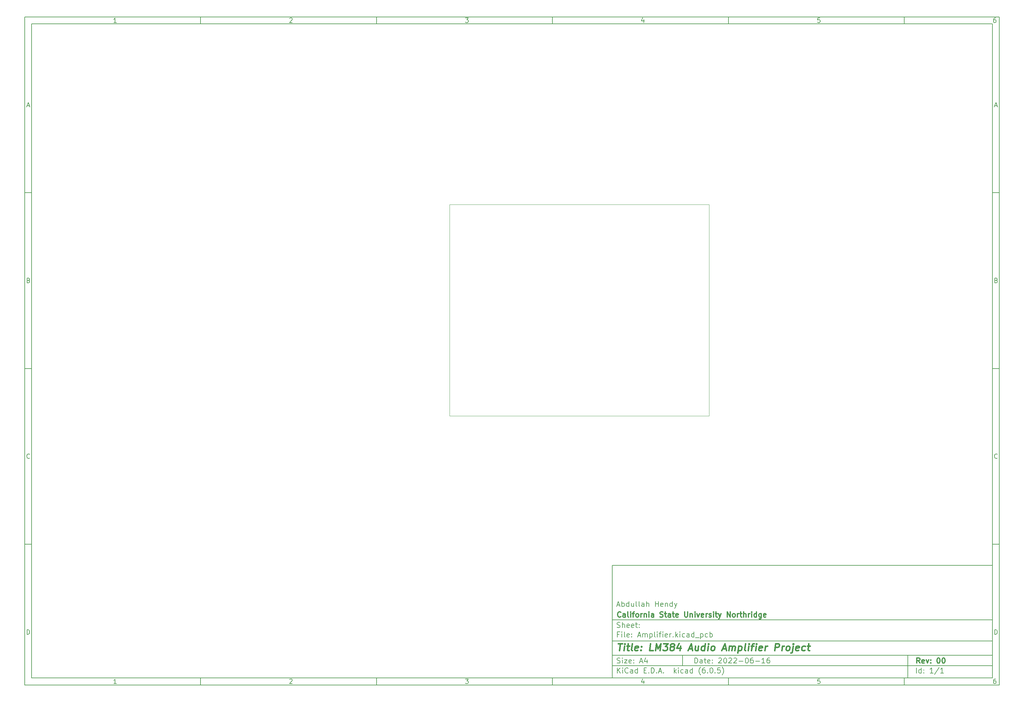
<source format=gm1>
%TF.GenerationSoftware,KiCad,Pcbnew,(6.0.5)*%
%TF.CreationDate,2022-06-17T11:53:50-07:00*%
%TF.ProjectId,Amplifier,416d706c-6966-4696-9572-2e6b69636164,00*%
%TF.SameCoordinates,Original*%
%TF.FileFunction,Profile,NP*%
%FSLAX46Y46*%
G04 Gerber Fmt 4.6, Leading zero omitted, Abs format (unit mm)*
G04 Created by KiCad (PCBNEW (6.0.5)) date 2022-06-17 11:53:50*
%MOMM*%
%LPD*%
G01*
G04 APERTURE LIST*
%ADD10C,0.100000*%
%ADD11C,0.150000*%
%ADD12C,0.300000*%
%ADD13C,0.400000*%
%TA.AperFunction,Profile*%
%ADD14C,0.100000*%
%TD*%
G04 APERTURE END LIST*
D10*
D11*
X177002200Y-166007200D02*
X177002200Y-198007200D01*
X285002200Y-198007200D01*
X285002200Y-166007200D01*
X177002200Y-166007200D01*
D10*
D11*
X10000000Y-10000000D02*
X10000000Y-200007200D01*
X287002200Y-200007200D01*
X287002200Y-10000000D01*
X10000000Y-10000000D01*
D10*
D11*
X12000000Y-12000000D02*
X12000000Y-198007200D01*
X285002200Y-198007200D01*
X285002200Y-12000000D01*
X12000000Y-12000000D01*
D10*
D11*
X60000000Y-12000000D02*
X60000000Y-10000000D01*
D10*
D11*
X110000000Y-12000000D02*
X110000000Y-10000000D01*
D10*
D11*
X160000000Y-12000000D02*
X160000000Y-10000000D01*
D10*
D11*
X210000000Y-12000000D02*
X210000000Y-10000000D01*
D10*
D11*
X260000000Y-12000000D02*
X260000000Y-10000000D01*
D10*
D11*
X36065476Y-11588095D02*
X35322619Y-11588095D01*
X35694047Y-11588095D02*
X35694047Y-10288095D01*
X35570238Y-10473809D01*
X35446428Y-10597619D01*
X35322619Y-10659523D01*
D10*
D11*
X85322619Y-10411904D02*
X85384523Y-10350000D01*
X85508333Y-10288095D01*
X85817857Y-10288095D01*
X85941666Y-10350000D01*
X86003571Y-10411904D01*
X86065476Y-10535714D01*
X86065476Y-10659523D01*
X86003571Y-10845238D01*
X85260714Y-11588095D01*
X86065476Y-11588095D01*
D10*
D11*
X135260714Y-10288095D02*
X136065476Y-10288095D01*
X135632142Y-10783333D01*
X135817857Y-10783333D01*
X135941666Y-10845238D01*
X136003571Y-10907142D01*
X136065476Y-11030952D01*
X136065476Y-11340476D01*
X136003571Y-11464285D01*
X135941666Y-11526190D01*
X135817857Y-11588095D01*
X135446428Y-11588095D01*
X135322619Y-11526190D01*
X135260714Y-11464285D01*
D10*
D11*
X185941666Y-10721428D02*
X185941666Y-11588095D01*
X185632142Y-10226190D02*
X185322619Y-11154761D01*
X186127380Y-11154761D01*
D10*
D11*
X236003571Y-10288095D02*
X235384523Y-10288095D01*
X235322619Y-10907142D01*
X235384523Y-10845238D01*
X235508333Y-10783333D01*
X235817857Y-10783333D01*
X235941666Y-10845238D01*
X236003571Y-10907142D01*
X236065476Y-11030952D01*
X236065476Y-11340476D01*
X236003571Y-11464285D01*
X235941666Y-11526190D01*
X235817857Y-11588095D01*
X235508333Y-11588095D01*
X235384523Y-11526190D01*
X235322619Y-11464285D01*
D10*
D11*
X285941666Y-10288095D02*
X285694047Y-10288095D01*
X285570238Y-10350000D01*
X285508333Y-10411904D01*
X285384523Y-10597619D01*
X285322619Y-10845238D01*
X285322619Y-11340476D01*
X285384523Y-11464285D01*
X285446428Y-11526190D01*
X285570238Y-11588095D01*
X285817857Y-11588095D01*
X285941666Y-11526190D01*
X286003571Y-11464285D01*
X286065476Y-11340476D01*
X286065476Y-11030952D01*
X286003571Y-10907142D01*
X285941666Y-10845238D01*
X285817857Y-10783333D01*
X285570238Y-10783333D01*
X285446428Y-10845238D01*
X285384523Y-10907142D01*
X285322619Y-11030952D01*
D10*
D11*
X60000000Y-198007200D02*
X60000000Y-200007200D01*
D10*
D11*
X110000000Y-198007200D02*
X110000000Y-200007200D01*
D10*
D11*
X160000000Y-198007200D02*
X160000000Y-200007200D01*
D10*
D11*
X210000000Y-198007200D02*
X210000000Y-200007200D01*
D10*
D11*
X260000000Y-198007200D02*
X260000000Y-200007200D01*
D10*
D11*
X36065476Y-199595295D02*
X35322619Y-199595295D01*
X35694047Y-199595295D02*
X35694047Y-198295295D01*
X35570238Y-198481009D01*
X35446428Y-198604819D01*
X35322619Y-198666723D01*
D10*
D11*
X85322619Y-198419104D02*
X85384523Y-198357200D01*
X85508333Y-198295295D01*
X85817857Y-198295295D01*
X85941666Y-198357200D01*
X86003571Y-198419104D01*
X86065476Y-198542914D01*
X86065476Y-198666723D01*
X86003571Y-198852438D01*
X85260714Y-199595295D01*
X86065476Y-199595295D01*
D10*
D11*
X135260714Y-198295295D02*
X136065476Y-198295295D01*
X135632142Y-198790533D01*
X135817857Y-198790533D01*
X135941666Y-198852438D01*
X136003571Y-198914342D01*
X136065476Y-199038152D01*
X136065476Y-199347676D01*
X136003571Y-199471485D01*
X135941666Y-199533390D01*
X135817857Y-199595295D01*
X135446428Y-199595295D01*
X135322619Y-199533390D01*
X135260714Y-199471485D01*
D10*
D11*
X185941666Y-198728628D02*
X185941666Y-199595295D01*
X185632142Y-198233390D02*
X185322619Y-199161961D01*
X186127380Y-199161961D01*
D10*
D11*
X236003571Y-198295295D02*
X235384523Y-198295295D01*
X235322619Y-198914342D01*
X235384523Y-198852438D01*
X235508333Y-198790533D01*
X235817857Y-198790533D01*
X235941666Y-198852438D01*
X236003571Y-198914342D01*
X236065476Y-199038152D01*
X236065476Y-199347676D01*
X236003571Y-199471485D01*
X235941666Y-199533390D01*
X235817857Y-199595295D01*
X235508333Y-199595295D01*
X235384523Y-199533390D01*
X235322619Y-199471485D01*
D10*
D11*
X285941666Y-198295295D02*
X285694047Y-198295295D01*
X285570238Y-198357200D01*
X285508333Y-198419104D01*
X285384523Y-198604819D01*
X285322619Y-198852438D01*
X285322619Y-199347676D01*
X285384523Y-199471485D01*
X285446428Y-199533390D01*
X285570238Y-199595295D01*
X285817857Y-199595295D01*
X285941666Y-199533390D01*
X286003571Y-199471485D01*
X286065476Y-199347676D01*
X286065476Y-199038152D01*
X286003571Y-198914342D01*
X285941666Y-198852438D01*
X285817857Y-198790533D01*
X285570238Y-198790533D01*
X285446428Y-198852438D01*
X285384523Y-198914342D01*
X285322619Y-199038152D01*
D10*
D11*
X10000000Y-60000000D02*
X12000000Y-60000000D01*
D10*
D11*
X10000000Y-110000000D02*
X12000000Y-110000000D01*
D10*
D11*
X10000000Y-160000000D02*
X12000000Y-160000000D01*
D10*
D11*
X10690476Y-35216666D02*
X11309523Y-35216666D01*
X10566666Y-35588095D02*
X11000000Y-34288095D01*
X11433333Y-35588095D01*
D10*
D11*
X11092857Y-84907142D02*
X11278571Y-84969047D01*
X11340476Y-85030952D01*
X11402380Y-85154761D01*
X11402380Y-85340476D01*
X11340476Y-85464285D01*
X11278571Y-85526190D01*
X11154761Y-85588095D01*
X10659523Y-85588095D01*
X10659523Y-84288095D01*
X11092857Y-84288095D01*
X11216666Y-84350000D01*
X11278571Y-84411904D01*
X11340476Y-84535714D01*
X11340476Y-84659523D01*
X11278571Y-84783333D01*
X11216666Y-84845238D01*
X11092857Y-84907142D01*
X10659523Y-84907142D01*
D10*
D11*
X11402380Y-135464285D02*
X11340476Y-135526190D01*
X11154761Y-135588095D01*
X11030952Y-135588095D01*
X10845238Y-135526190D01*
X10721428Y-135402380D01*
X10659523Y-135278571D01*
X10597619Y-135030952D01*
X10597619Y-134845238D01*
X10659523Y-134597619D01*
X10721428Y-134473809D01*
X10845238Y-134350000D01*
X11030952Y-134288095D01*
X11154761Y-134288095D01*
X11340476Y-134350000D01*
X11402380Y-134411904D01*
D10*
D11*
X10659523Y-185588095D02*
X10659523Y-184288095D01*
X10969047Y-184288095D01*
X11154761Y-184350000D01*
X11278571Y-184473809D01*
X11340476Y-184597619D01*
X11402380Y-184845238D01*
X11402380Y-185030952D01*
X11340476Y-185278571D01*
X11278571Y-185402380D01*
X11154761Y-185526190D01*
X10969047Y-185588095D01*
X10659523Y-185588095D01*
D10*
D11*
X287002200Y-60000000D02*
X285002200Y-60000000D01*
D10*
D11*
X287002200Y-110000000D02*
X285002200Y-110000000D01*
D10*
D11*
X287002200Y-160000000D02*
X285002200Y-160000000D01*
D10*
D11*
X285692676Y-35216666D02*
X286311723Y-35216666D01*
X285568866Y-35588095D02*
X286002200Y-34288095D01*
X286435533Y-35588095D01*
D10*
D11*
X286095057Y-84907142D02*
X286280771Y-84969047D01*
X286342676Y-85030952D01*
X286404580Y-85154761D01*
X286404580Y-85340476D01*
X286342676Y-85464285D01*
X286280771Y-85526190D01*
X286156961Y-85588095D01*
X285661723Y-85588095D01*
X285661723Y-84288095D01*
X286095057Y-84288095D01*
X286218866Y-84350000D01*
X286280771Y-84411904D01*
X286342676Y-84535714D01*
X286342676Y-84659523D01*
X286280771Y-84783333D01*
X286218866Y-84845238D01*
X286095057Y-84907142D01*
X285661723Y-84907142D01*
D10*
D11*
X286404580Y-135464285D02*
X286342676Y-135526190D01*
X286156961Y-135588095D01*
X286033152Y-135588095D01*
X285847438Y-135526190D01*
X285723628Y-135402380D01*
X285661723Y-135278571D01*
X285599819Y-135030952D01*
X285599819Y-134845238D01*
X285661723Y-134597619D01*
X285723628Y-134473809D01*
X285847438Y-134350000D01*
X286033152Y-134288095D01*
X286156961Y-134288095D01*
X286342676Y-134350000D01*
X286404580Y-134411904D01*
D10*
D11*
X285661723Y-185588095D02*
X285661723Y-184288095D01*
X285971247Y-184288095D01*
X286156961Y-184350000D01*
X286280771Y-184473809D01*
X286342676Y-184597619D01*
X286404580Y-184845238D01*
X286404580Y-185030952D01*
X286342676Y-185278571D01*
X286280771Y-185402380D01*
X286156961Y-185526190D01*
X285971247Y-185588095D01*
X285661723Y-185588095D01*
D10*
D11*
X200434342Y-193785771D02*
X200434342Y-192285771D01*
X200791485Y-192285771D01*
X201005771Y-192357200D01*
X201148628Y-192500057D01*
X201220057Y-192642914D01*
X201291485Y-192928628D01*
X201291485Y-193142914D01*
X201220057Y-193428628D01*
X201148628Y-193571485D01*
X201005771Y-193714342D01*
X200791485Y-193785771D01*
X200434342Y-193785771D01*
X202577200Y-193785771D02*
X202577200Y-193000057D01*
X202505771Y-192857200D01*
X202362914Y-192785771D01*
X202077200Y-192785771D01*
X201934342Y-192857200D01*
X202577200Y-193714342D02*
X202434342Y-193785771D01*
X202077200Y-193785771D01*
X201934342Y-193714342D01*
X201862914Y-193571485D01*
X201862914Y-193428628D01*
X201934342Y-193285771D01*
X202077200Y-193214342D01*
X202434342Y-193214342D01*
X202577200Y-193142914D01*
X203077200Y-192785771D02*
X203648628Y-192785771D01*
X203291485Y-192285771D02*
X203291485Y-193571485D01*
X203362914Y-193714342D01*
X203505771Y-193785771D01*
X203648628Y-193785771D01*
X204720057Y-193714342D02*
X204577200Y-193785771D01*
X204291485Y-193785771D01*
X204148628Y-193714342D01*
X204077200Y-193571485D01*
X204077200Y-193000057D01*
X204148628Y-192857200D01*
X204291485Y-192785771D01*
X204577200Y-192785771D01*
X204720057Y-192857200D01*
X204791485Y-193000057D01*
X204791485Y-193142914D01*
X204077200Y-193285771D01*
X205434342Y-193642914D02*
X205505771Y-193714342D01*
X205434342Y-193785771D01*
X205362914Y-193714342D01*
X205434342Y-193642914D01*
X205434342Y-193785771D01*
X205434342Y-192857200D02*
X205505771Y-192928628D01*
X205434342Y-193000057D01*
X205362914Y-192928628D01*
X205434342Y-192857200D01*
X205434342Y-193000057D01*
X207220057Y-192428628D02*
X207291485Y-192357200D01*
X207434342Y-192285771D01*
X207791485Y-192285771D01*
X207934342Y-192357200D01*
X208005771Y-192428628D01*
X208077200Y-192571485D01*
X208077200Y-192714342D01*
X208005771Y-192928628D01*
X207148628Y-193785771D01*
X208077200Y-193785771D01*
X209005771Y-192285771D02*
X209148628Y-192285771D01*
X209291485Y-192357200D01*
X209362914Y-192428628D01*
X209434342Y-192571485D01*
X209505771Y-192857200D01*
X209505771Y-193214342D01*
X209434342Y-193500057D01*
X209362914Y-193642914D01*
X209291485Y-193714342D01*
X209148628Y-193785771D01*
X209005771Y-193785771D01*
X208862914Y-193714342D01*
X208791485Y-193642914D01*
X208720057Y-193500057D01*
X208648628Y-193214342D01*
X208648628Y-192857200D01*
X208720057Y-192571485D01*
X208791485Y-192428628D01*
X208862914Y-192357200D01*
X209005771Y-192285771D01*
X210077200Y-192428628D02*
X210148628Y-192357200D01*
X210291485Y-192285771D01*
X210648628Y-192285771D01*
X210791485Y-192357200D01*
X210862914Y-192428628D01*
X210934342Y-192571485D01*
X210934342Y-192714342D01*
X210862914Y-192928628D01*
X210005771Y-193785771D01*
X210934342Y-193785771D01*
X211505771Y-192428628D02*
X211577200Y-192357200D01*
X211720057Y-192285771D01*
X212077200Y-192285771D01*
X212220057Y-192357200D01*
X212291485Y-192428628D01*
X212362914Y-192571485D01*
X212362914Y-192714342D01*
X212291485Y-192928628D01*
X211434342Y-193785771D01*
X212362914Y-193785771D01*
X213005771Y-193214342D02*
X214148628Y-193214342D01*
X215148628Y-192285771D02*
X215291485Y-192285771D01*
X215434342Y-192357200D01*
X215505771Y-192428628D01*
X215577200Y-192571485D01*
X215648628Y-192857200D01*
X215648628Y-193214342D01*
X215577200Y-193500057D01*
X215505771Y-193642914D01*
X215434342Y-193714342D01*
X215291485Y-193785771D01*
X215148628Y-193785771D01*
X215005771Y-193714342D01*
X214934342Y-193642914D01*
X214862914Y-193500057D01*
X214791485Y-193214342D01*
X214791485Y-192857200D01*
X214862914Y-192571485D01*
X214934342Y-192428628D01*
X215005771Y-192357200D01*
X215148628Y-192285771D01*
X216934342Y-192285771D02*
X216648628Y-192285771D01*
X216505771Y-192357200D01*
X216434342Y-192428628D01*
X216291485Y-192642914D01*
X216220057Y-192928628D01*
X216220057Y-193500057D01*
X216291485Y-193642914D01*
X216362914Y-193714342D01*
X216505771Y-193785771D01*
X216791485Y-193785771D01*
X216934342Y-193714342D01*
X217005771Y-193642914D01*
X217077200Y-193500057D01*
X217077200Y-193142914D01*
X217005771Y-193000057D01*
X216934342Y-192928628D01*
X216791485Y-192857200D01*
X216505771Y-192857200D01*
X216362914Y-192928628D01*
X216291485Y-193000057D01*
X216220057Y-193142914D01*
X217720057Y-193214342D02*
X218862914Y-193214342D01*
X220362914Y-193785771D02*
X219505771Y-193785771D01*
X219934342Y-193785771D02*
X219934342Y-192285771D01*
X219791485Y-192500057D01*
X219648628Y-192642914D01*
X219505771Y-192714342D01*
X221648628Y-192285771D02*
X221362914Y-192285771D01*
X221220057Y-192357200D01*
X221148628Y-192428628D01*
X221005771Y-192642914D01*
X220934342Y-192928628D01*
X220934342Y-193500057D01*
X221005771Y-193642914D01*
X221077200Y-193714342D01*
X221220057Y-193785771D01*
X221505771Y-193785771D01*
X221648628Y-193714342D01*
X221720057Y-193642914D01*
X221791485Y-193500057D01*
X221791485Y-193142914D01*
X221720057Y-193000057D01*
X221648628Y-192928628D01*
X221505771Y-192857200D01*
X221220057Y-192857200D01*
X221077200Y-192928628D01*
X221005771Y-193000057D01*
X220934342Y-193142914D01*
D10*
D11*
X177002200Y-194507200D02*
X285002200Y-194507200D01*
D10*
D11*
X178434342Y-196585771D02*
X178434342Y-195085771D01*
X179291485Y-196585771D02*
X178648628Y-195728628D01*
X179291485Y-195085771D02*
X178434342Y-195942914D01*
X179934342Y-196585771D02*
X179934342Y-195585771D01*
X179934342Y-195085771D02*
X179862914Y-195157200D01*
X179934342Y-195228628D01*
X180005771Y-195157200D01*
X179934342Y-195085771D01*
X179934342Y-195228628D01*
X181505771Y-196442914D02*
X181434342Y-196514342D01*
X181220057Y-196585771D01*
X181077200Y-196585771D01*
X180862914Y-196514342D01*
X180720057Y-196371485D01*
X180648628Y-196228628D01*
X180577200Y-195942914D01*
X180577200Y-195728628D01*
X180648628Y-195442914D01*
X180720057Y-195300057D01*
X180862914Y-195157200D01*
X181077200Y-195085771D01*
X181220057Y-195085771D01*
X181434342Y-195157200D01*
X181505771Y-195228628D01*
X182791485Y-196585771D02*
X182791485Y-195800057D01*
X182720057Y-195657200D01*
X182577200Y-195585771D01*
X182291485Y-195585771D01*
X182148628Y-195657200D01*
X182791485Y-196514342D02*
X182648628Y-196585771D01*
X182291485Y-196585771D01*
X182148628Y-196514342D01*
X182077200Y-196371485D01*
X182077200Y-196228628D01*
X182148628Y-196085771D01*
X182291485Y-196014342D01*
X182648628Y-196014342D01*
X182791485Y-195942914D01*
X184148628Y-196585771D02*
X184148628Y-195085771D01*
X184148628Y-196514342D02*
X184005771Y-196585771D01*
X183720057Y-196585771D01*
X183577200Y-196514342D01*
X183505771Y-196442914D01*
X183434342Y-196300057D01*
X183434342Y-195871485D01*
X183505771Y-195728628D01*
X183577200Y-195657200D01*
X183720057Y-195585771D01*
X184005771Y-195585771D01*
X184148628Y-195657200D01*
X186005771Y-195800057D02*
X186505771Y-195800057D01*
X186720057Y-196585771D02*
X186005771Y-196585771D01*
X186005771Y-195085771D01*
X186720057Y-195085771D01*
X187362914Y-196442914D02*
X187434342Y-196514342D01*
X187362914Y-196585771D01*
X187291485Y-196514342D01*
X187362914Y-196442914D01*
X187362914Y-196585771D01*
X188077200Y-196585771D02*
X188077200Y-195085771D01*
X188434342Y-195085771D01*
X188648628Y-195157200D01*
X188791485Y-195300057D01*
X188862914Y-195442914D01*
X188934342Y-195728628D01*
X188934342Y-195942914D01*
X188862914Y-196228628D01*
X188791485Y-196371485D01*
X188648628Y-196514342D01*
X188434342Y-196585771D01*
X188077200Y-196585771D01*
X189577200Y-196442914D02*
X189648628Y-196514342D01*
X189577200Y-196585771D01*
X189505771Y-196514342D01*
X189577200Y-196442914D01*
X189577200Y-196585771D01*
X190220057Y-196157200D02*
X190934342Y-196157200D01*
X190077200Y-196585771D02*
X190577200Y-195085771D01*
X191077200Y-196585771D01*
X191577200Y-196442914D02*
X191648628Y-196514342D01*
X191577200Y-196585771D01*
X191505771Y-196514342D01*
X191577200Y-196442914D01*
X191577200Y-196585771D01*
X194577200Y-196585771D02*
X194577200Y-195085771D01*
X194720057Y-196014342D02*
X195148628Y-196585771D01*
X195148628Y-195585771D02*
X194577200Y-196157200D01*
X195791485Y-196585771D02*
X195791485Y-195585771D01*
X195791485Y-195085771D02*
X195720057Y-195157200D01*
X195791485Y-195228628D01*
X195862914Y-195157200D01*
X195791485Y-195085771D01*
X195791485Y-195228628D01*
X197148628Y-196514342D02*
X197005771Y-196585771D01*
X196720057Y-196585771D01*
X196577200Y-196514342D01*
X196505771Y-196442914D01*
X196434342Y-196300057D01*
X196434342Y-195871485D01*
X196505771Y-195728628D01*
X196577200Y-195657200D01*
X196720057Y-195585771D01*
X197005771Y-195585771D01*
X197148628Y-195657200D01*
X198434342Y-196585771D02*
X198434342Y-195800057D01*
X198362914Y-195657200D01*
X198220057Y-195585771D01*
X197934342Y-195585771D01*
X197791485Y-195657200D01*
X198434342Y-196514342D02*
X198291485Y-196585771D01*
X197934342Y-196585771D01*
X197791485Y-196514342D01*
X197720057Y-196371485D01*
X197720057Y-196228628D01*
X197791485Y-196085771D01*
X197934342Y-196014342D01*
X198291485Y-196014342D01*
X198434342Y-195942914D01*
X199791485Y-196585771D02*
X199791485Y-195085771D01*
X199791485Y-196514342D02*
X199648628Y-196585771D01*
X199362914Y-196585771D01*
X199220057Y-196514342D01*
X199148628Y-196442914D01*
X199077200Y-196300057D01*
X199077200Y-195871485D01*
X199148628Y-195728628D01*
X199220057Y-195657200D01*
X199362914Y-195585771D01*
X199648628Y-195585771D01*
X199791485Y-195657200D01*
X202077200Y-197157200D02*
X202005771Y-197085771D01*
X201862914Y-196871485D01*
X201791485Y-196728628D01*
X201720057Y-196514342D01*
X201648628Y-196157200D01*
X201648628Y-195871485D01*
X201720057Y-195514342D01*
X201791485Y-195300057D01*
X201862914Y-195157200D01*
X202005771Y-194942914D01*
X202077200Y-194871485D01*
X203291485Y-195085771D02*
X203005771Y-195085771D01*
X202862914Y-195157200D01*
X202791485Y-195228628D01*
X202648628Y-195442914D01*
X202577200Y-195728628D01*
X202577200Y-196300057D01*
X202648628Y-196442914D01*
X202720057Y-196514342D01*
X202862914Y-196585771D01*
X203148628Y-196585771D01*
X203291485Y-196514342D01*
X203362914Y-196442914D01*
X203434342Y-196300057D01*
X203434342Y-195942914D01*
X203362914Y-195800057D01*
X203291485Y-195728628D01*
X203148628Y-195657200D01*
X202862914Y-195657200D01*
X202720057Y-195728628D01*
X202648628Y-195800057D01*
X202577200Y-195942914D01*
X204077200Y-196442914D02*
X204148628Y-196514342D01*
X204077200Y-196585771D01*
X204005771Y-196514342D01*
X204077200Y-196442914D01*
X204077200Y-196585771D01*
X205077200Y-195085771D02*
X205220057Y-195085771D01*
X205362914Y-195157200D01*
X205434342Y-195228628D01*
X205505771Y-195371485D01*
X205577200Y-195657200D01*
X205577200Y-196014342D01*
X205505771Y-196300057D01*
X205434342Y-196442914D01*
X205362914Y-196514342D01*
X205220057Y-196585771D01*
X205077200Y-196585771D01*
X204934342Y-196514342D01*
X204862914Y-196442914D01*
X204791485Y-196300057D01*
X204720057Y-196014342D01*
X204720057Y-195657200D01*
X204791485Y-195371485D01*
X204862914Y-195228628D01*
X204934342Y-195157200D01*
X205077200Y-195085771D01*
X206220057Y-196442914D02*
X206291485Y-196514342D01*
X206220057Y-196585771D01*
X206148628Y-196514342D01*
X206220057Y-196442914D01*
X206220057Y-196585771D01*
X207648628Y-195085771D02*
X206934342Y-195085771D01*
X206862914Y-195800057D01*
X206934342Y-195728628D01*
X207077200Y-195657200D01*
X207434342Y-195657200D01*
X207577200Y-195728628D01*
X207648628Y-195800057D01*
X207720057Y-195942914D01*
X207720057Y-196300057D01*
X207648628Y-196442914D01*
X207577200Y-196514342D01*
X207434342Y-196585771D01*
X207077200Y-196585771D01*
X206934342Y-196514342D01*
X206862914Y-196442914D01*
X208220057Y-197157200D02*
X208291485Y-197085771D01*
X208434342Y-196871485D01*
X208505771Y-196728628D01*
X208577200Y-196514342D01*
X208648628Y-196157200D01*
X208648628Y-195871485D01*
X208577200Y-195514342D01*
X208505771Y-195300057D01*
X208434342Y-195157200D01*
X208291485Y-194942914D01*
X208220057Y-194871485D01*
D10*
D11*
X177002200Y-191507200D02*
X285002200Y-191507200D01*
D10*
D12*
X264411485Y-193785771D02*
X263911485Y-193071485D01*
X263554342Y-193785771D02*
X263554342Y-192285771D01*
X264125771Y-192285771D01*
X264268628Y-192357200D01*
X264340057Y-192428628D01*
X264411485Y-192571485D01*
X264411485Y-192785771D01*
X264340057Y-192928628D01*
X264268628Y-193000057D01*
X264125771Y-193071485D01*
X263554342Y-193071485D01*
X265625771Y-193714342D02*
X265482914Y-193785771D01*
X265197200Y-193785771D01*
X265054342Y-193714342D01*
X264982914Y-193571485D01*
X264982914Y-193000057D01*
X265054342Y-192857200D01*
X265197200Y-192785771D01*
X265482914Y-192785771D01*
X265625771Y-192857200D01*
X265697200Y-193000057D01*
X265697200Y-193142914D01*
X264982914Y-193285771D01*
X266197200Y-192785771D02*
X266554342Y-193785771D01*
X266911485Y-192785771D01*
X267482914Y-193642914D02*
X267554342Y-193714342D01*
X267482914Y-193785771D01*
X267411485Y-193714342D01*
X267482914Y-193642914D01*
X267482914Y-193785771D01*
X267482914Y-192857200D02*
X267554342Y-192928628D01*
X267482914Y-193000057D01*
X267411485Y-192928628D01*
X267482914Y-192857200D01*
X267482914Y-193000057D01*
X269625771Y-192285771D02*
X269768628Y-192285771D01*
X269911485Y-192357200D01*
X269982914Y-192428628D01*
X270054342Y-192571485D01*
X270125771Y-192857200D01*
X270125771Y-193214342D01*
X270054342Y-193500057D01*
X269982914Y-193642914D01*
X269911485Y-193714342D01*
X269768628Y-193785771D01*
X269625771Y-193785771D01*
X269482914Y-193714342D01*
X269411485Y-193642914D01*
X269340057Y-193500057D01*
X269268628Y-193214342D01*
X269268628Y-192857200D01*
X269340057Y-192571485D01*
X269411485Y-192428628D01*
X269482914Y-192357200D01*
X269625771Y-192285771D01*
X271054342Y-192285771D02*
X271197200Y-192285771D01*
X271340057Y-192357200D01*
X271411485Y-192428628D01*
X271482914Y-192571485D01*
X271554342Y-192857200D01*
X271554342Y-193214342D01*
X271482914Y-193500057D01*
X271411485Y-193642914D01*
X271340057Y-193714342D01*
X271197200Y-193785771D01*
X271054342Y-193785771D01*
X270911485Y-193714342D01*
X270840057Y-193642914D01*
X270768628Y-193500057D01*
X270697200Y-193214342D01*
X270697200Y-192857200D01*
X270768628Y-192571485D01*
X270840057Y-192428628D01*
X270911485Y-192357200D01*
X271054342Y-192285771D01*
D10*
D11*
X178362914Y-193714342D02*
X178577200Y-193785771D01*
X178934342Y-193785771D01*
X179077200Y-193714342D01*
X179148628Y-193642914D01*
X179220057Y-193500057D01*
X179220057Y-193357200D01*
X179148628Y-193214342D01*
X179077200Y-193142914D01*
X178934342Y-193071485D01*
X178648628Y-193000057D01*
X178505771Y-192928628D01*
X178434342Y-192857200D01*
X178362914Y-192714342D01*
X178362914Y-192571485D01*
X178434342Y-192428628D01*
X178505771Y-192357200D01*
X178648628Y-192285771D01*
X179005771Y-192285771D01*
X179220057Y-192357200D01*
X179862914Y-193785771D02*
X179862914Y-192785771D01*
X179862914Y-192285771D02*
X179791485Y-192357200D01*
X179862914Y-192428628D01*
X179934342Y-192357200D01*
X179862914Y-192285771D01*
X179862914Y-192428628D01*
X180434342Y-192785771D02*
X181220057Y-192785771D01*
X180434342Y-193785771D01*
X181220057Y-193785771D01*
X182362914Y-193714342D02*
X182220057Y-193785771D01*
X181934342Y-193785771D01*
X181791485Y-193714342D01*
X181720057Y-193571485D01*
X181720057Y-193000057D01*
X181791485Y-192857200D01*
X181934342Y-192785771D01*
X182220057Y-192785771D01*
X182362914Y-192857200D01*
X182434342Y-193000057D01*
X182434342Y-193142914D01*
X181720057Y-193285771D01*
X183077200Y-193642914D02*
X183148628Y-193714342D01*
X183077200Y-193785771D01*
X183005771Y-193714342D01*
X183077200Y-193642914D01*
X183077200Y-193785771D01*
X183077200Y-192857200D02*
X183148628Y-192928628D01*
X183077200Y-193000057D01*
X183005771Y-192928628D01*
X183077200Y-192857200D01*
X183077200Y-193000057D01*
X184862914Y-193357200D02*
X185577200Y-193357200D01*
X184720057Y-193785771D02*
X185220057Y-192285771D01*
X185720057Y-193785771D01*
X186862914Y-192785771D02*
X186862914Y-193785771D01*
X186505771Y-192214342D02*
X186148628Y-193285771D01*
X187077200Y-193285771D01*
D10*
D11*
X263434342Y-196585771D02*
X263434342Y-195085771D01*
X264791485Y-196585771D02*
X264791485Y-195085771D01*
X264791485Y-196514342D02*
X264648628Y-196585771D01*
X264362914Y-196585771D01*
X264220057Y-196514342D01*
X264148628Y-196442914D01*
X264077200Y-196300057D01*
X264077200Y-195871485D01*
X264148628Y-195728628D01*
X264220057Y-195657200D01*
X264362914Y-195585771D01*
X264648628Y-195585771D01*
X264791485Y-195657200D01*
X265505771Y-196442914D02*
X265577200Y-196514342D01*
X265505771Y-196585771D01*
X265434342Y-196514342D01*
X265505771Y-196442914D01*
X265505771Y-196585771D01*
X265505771Y-195657200D02*
X265577200Y-195728628D01*
X265505771Y-195800057D01*
X265434342Y-195728628D01*
X265505771Y-195657200D01*
X265505771Y-195800057D01*
X268148628Y-196585771D02*
X267291485Y-196585771D01*
X267720057Y-196585771D02*
X267720057Y-195085771D01*
X267577200Y-195300057D01*
X267434342Y-195442914D01*
X267291485Y-195514342D01*
X269862914Y-195014342D02*
X268577200Y-196942914D01*
X271148628Y-196585771D02*
X270291485Y-196585771D01*
X270720057Y-196585771D02*
X270720057Y-195085771D01*
X270577200Y-195300057D01*
X270434342Y-195442914D01*
X270291485Y-195514342D01*
D10*
D11*
X177002200Y-187507200D02*
X285002200Y-187507200D01*
D10*
D13*
X178714580Y-188211961D02*
X179857438Y-188211961D01*
X179036009Y-190211961D02*
X179286009Y-188211961D01*
X180274104Y-190211961D02*
X180440771Y-188878628D01*
X180524104Y-188211961D02*
X180416961Y-188307200D01*
X180500295Y-188402438D01*
X180607438Y-188307200D01*
X180524104Y-188211961D01*
X180500295Y-188402438D01*
X181107438Y-188878628D02*
X181869342Y-188878628D01*
X181476485Y-188211961D02*
X181262200Y-189926247D01*
X181333628Y-190116723D01*
X181512200Y-190211961D01*
X181702676Y-190211961D01*
X182655057Y-190211961D02*
X182476485Y-190116723D01*
X182405057Y-189926247D01*
X182619342Y-188211961D01*
X184190771Y-190116723D02*
X183988390Y-190211961D01*
X183607438Y-190211961D01*
X183428866Y-190116723D01*
X183357438Y-189926247D01*
X183452676Y-189164342D01*
X183571723Y-188973866D01*
X183774104Y-188878628D01*
X184155057Y-188878628D01*
X184333628Y-188973866D01*
X184405057Y-189164342D01*
X184381247Y-189354819D01*
X183405057Y-189545295D01*
X185155057Y-190021485D02*
X185238390Y-190116723D01*
X185131247Y-190211961D01*
X185047914Y-190116723D01*
X185155057Y-190021485D01*
X185131247Y-190211961D01*
X185286009Y-188973866D02*
X185369342Y-189069104D01*
X185262200Y-189164342D01*
X185178866Y-189069104D01*
X185286009Y-188973866D01*
X185262200Y-189164342D01*
X188559819Y-190211961D02*
X187607438Y-190211961D01*
X187857438Y-188211961D01*
X189226485Y-190211961D02*
X189476485Y-188211961D01*
X189964580Y-189640533D01*
X190809819Y-188211961D01*
X190559819Y-190211961D01*
X191571723Y-188211961D02*
X192809819Y-188211961D01*
X192047914Y-188973866D01*
X192333628Y-188973866D01*
X192512200Y-189069104D01*
X192595533Y-189164342D01*
X192666961Y-189354819D01*
X192607438Y-189831009D01*
X192488390Y-190021485D01*
X192381247Y-190116723D01*
X192178866Y-190211961D01*
X191607438Y-190211961D01*
X191428866Y-190116723D01*
X191345533Y-190021485D01*
X193845533Y-189069104D02*
X193666961Y-188973866D01*
X193583628Y-188878628D01*
X193512200Y-188688152D01*
X193524104Y-188592914D01*
X193643152Y-188402438D01*
X193750295Y-188307200D01*
X193952676Y-188211961D01*
X194333628Y-188211961D01*
X194512200Y-188307200D01*
X194595533Y-188402438D01*
X194666961Y-188592914D01*
X194655057Y-188688152D01*
X194536009Y-188878628D01*
X194428866Y-188973866D01*
X194226485Y-189069104D01*
X193845533Y-189069104D01*
X193643152Y-189164342D01*
X193536009Y-189259580D01*
X193416961Y-189450057D01*
X193369342Y-189831009D01*
X193440771Y-190021485D01*
X193524104Y-190116723D01*
X193702676Y-190211961D01*
X194083628Y-190211961D01*
X194286009Y-190116723D01*
X194393152Y-190021485D01*
X194512200Y-189831009D01*
X194559819Y-189450057D01*
X194488390Y-189259580D01*
X194405057Y-189164342D01*
X194226485Y-189069104D01*
X196345533Y-188878628D02*
X196178866Y-190211961D01*
X195964580Y-188116723D02*
X195309819Y-189545295D01*
X196547914Y-189545295D01*
X198726485Y-189640533D02*
X199678866Y-189640533D01*
X198464580Y-190211961D02*
X199381247Y-188211961D01*
X199797914Y-190211961D01*
X201488390Y-188878628D02*
X201321723Y-190211961D01*
X200631247Y-188878628D02*
X200500295Y-189926247D01*
X200571723Y-190116723D01*
X200750295Y-190211961D01*
X201036009Y-190211961D01*
X201238390Y-190116723D01*
X201345533Y-190021485D01*
X203131247Y-190211961D02*
X203381247Y-188211961D01*
X203143152Y-190116723D02*
X202940771Y-190211961D01*
X202559819Y-190211961D01*
X202381247Y-190116723D01*
X202297914Y-190021485D01*
X202226485Y-189831009D01*
X202297914Y-189259580D01*
X202416961Y-189069104D01*
X202524104Y-188973866D01*
X202726485Y-188878628D01*
X203107438Y-188878628D01*
X203286009Y-188973866D01*
X204083628Y-190211961D02*
X204250295Y-188878628D01*
X204333628Y-188211961D02*
X204226485Y-188307200D01*
X204309819Y-188402438D01*
X204416961Y-188307200D01*
X204333628Y-188211961D01*
X204309819Y-188402438D01*
X205321723Y-190211961D02*
X205143152Y-190116723D01*
X205059819Y-190021485D01*
X204988390Y-189831009D01*
X205059819Y-189259580D01*
X205178866Y-189069104D01*
X205286009Y-188973866D01*
X205488390Y-188878628D01*
X205774104Y-188878628D01*
X205952676Y-188973866D01*
X206036009Y-189069104D01*
X206107438Y-189259580D01*
X206036009Y-189831009D01*
X205916961Y-190021485D01*
X205809819Y-190116723D01*
X205607438Y-190211961D01*
X205321723Y-190211961D01*
X208345533Y-189640533D02*
X209297914Y-189640533D01*
X208083628Y-190211961D02*
X209000295Y-188211961D01*
X209416961Y-190211961D01*
X210083628Y-190211961D02*
X210250295Y-188878628D01*
X210226485Y-189069104D02*
X210333628Y-188973866D01*
X210536009Y-188878628D01*
X210821723Y-188878628D01*
X211000295Y-188973866D01*
X211071723Y-189164342D01*
X210940771Y-190211961D01*
X211071723Y-189164342D02*
X211190771Y-188973866D01*
X211393152Y-188878628D01*
X211678866Y-188878628D01*
X211857438Y-188973866D01*
X211928866Y-189164342D01*
X211797914Y-190211961D01*
X212916961Y-188878628D02*
X212666961Y-190878628D01*
X212905057Y-188973866D02*
X213107438Y-188878628D01*
X213488390Y-188878628D01*
X213666961Y-188973866D01*
X213750295Y-189069104D01*
X213821723Y-189259580D01*
X213750295Y-189831009D01*
X213631247Y-190021485D01*
X213524104Y-190116723D01*
X213321723Y-190211961D01*
X212940771Y-190211961D01*
X212762200Y-190116723D01*
X214845533Y-190211961D02*
X214666961Y-190116723D01*
X214595533Y-189926247D01*
X214809819Y-188211961D01*
X215607438Y-190211961D02*
X215774104Y-188878628D01*
X215857438Y-188211961D02*
X215750295Y-188307200D01*
X215833628Y-188402438D01*
X215940771Y-188307200D01*
X215857438Y-188211961D01*
X215833628Y-188402438D01*
X216440771Y-188878628D02*
X217202676Y-188878628D01*
X216559819Y-190211961D02*
X216774104Y-188497676D01*
X216893152Y-188307200D01*
X217095533Y-188211961D01*
X217286009Y-188211961D01*
X217702676Y-190211961D02*
X217869342Y-188878628D01*
X217952676Y-188211961D02*
X217845533Y-188307200D01*
X217928866Y-188402438D01*
X218036009Y-188307200D01*
X217952676Y-188211961D01*
X217928866Y-188402438D01*
X219428866Y-190116723D02*
X219226485Y-190211961D01*
X218845533Y-190211961D01*
X218666961Y-190116723D01*
X218595533Y-189926247D01*
X218690771Y-189164342D01*
X218809819Y-188973866D01*
X219012200Y-188878628D01*
X219393152Y-188878628D01*
X219571723Y-188973866D01*
X219643152Y-189164342D01*
X219619342Y-189354819D01*
X218643152Y-189545295D01*
X220369342Y-190211961D02*
X220536009Y-188878628D01*
X220488390Y-189259580D02*
X220607438Y-189069104D01*
X220714580Y-188973866D01*
X220916961Y-188878628D01*
X221107438Y-188878628D01*
X223131247Y-190211961D02*
X223381247Y-188211961D01*
X224143152Y-188211961D01*
X224321723Y-188307200D01*
X224405057Y-188402438D01*
X224476485Y-188592914D01*
X224440771Y-188878628D01*
X224321723Y-189069104D01*
X224214580Y-189164342D01*
X224012200Y-189259580D01*
X223250295Y-189259580D01*
X225131247Y-190211961D02*
X225297914Y-188878628D01*
X225250295Y-189259580D02*
X225369342Y-189069104D01*
X225476485Y-188973866D01*
X225678866Y-188878628D01*
X225869342Y-188878628D01*
X226655057Y-190211961D02*
X226476485Y-190116723D01*
X226393152Y-190021485D01*
X226321723Y-189831009D01*
X226393152Y-189259580D01*
X226512200Y-189069104D01*
X226619342Y-188973866D01*
X226821723Y-188878628D01*
X227107438Y-188878628D01*
X227286009Y-188973866D01*
X227369342Y-189069104D01*
X227440771Y-189259580D01*
X227369342Y-189831009D01*
X227250295Y-190021485D01*
X227143152Y-190116723D01*
X226940771Y-190211961D01*
X226655057Y-190211961D01*
X228345533Y-188878628D02*
X228131247Y-190592914D01*
X228012200Y-190783390D01*
X227809819Y-190878628D01*
X227714580Y-190878628D01*
X228428866Y-188211961D02*
X228321723Y-188307200D01*
X228405057Y-188402438D01*
X228512200Y-188307200D01*
X228428866Y-188211961D01*
X228405057Y-188402438D01*
X229905057Y-190116723D02*
X229702676Y-190211961D01*
X229321723Y-190211961D01*
X229143152Y-190116723D01*
X229071723Y-189926247D01*
X229166961Y-189164342D01*
X229286009Y-188973866D01*
X229488390Y-188878628D01*
X229869342Y-188878628D01*
X230047914Y-188973866D01*
X230119342Y-189164342D01*
X230095533Y-189354819D01*
X229119342Y-189545295D01*
X231714580Y-190116723D02*
X231512200Y-190211961D01*
X231131247Y-190211961D01*
X230952676Y-190116723D01*
X230869342Y-190021485D01*
X230797914Y-189831009D01*
X230869342Y-189259580D01*
X230988390Y-189069104D01*
X231095533Y-188973866D01*
X231297914Y-188878628D01*
X231678866Y-188878628D01*
X231857438Y-188973866D01*
X232440771Y-188878628D02*
X233202676Y-188878628D01*
X232809819Y-188211961D02*
X232595533Y-189926247D01*
X232666961Y-190116723D01*
X232845533Y-190211961D01*
X233036009Y-190211961D01*
D10*
D11*
X178934342Y-185600057D02*
X178434342Y-185600057D01*
X178434342Y-186385771D02*
X178434342Y-184885771D01*
X179148628Y-184885771D01*
X179720057Y-186385771D02*
X179720057Y-185385771D01*
X179720057Y-184885771D02*
X179648628Y-184957200D01*
X179720057Y-185028628D01*
X179791485Y-184957200D01*
X179720057Y-184885771D01*
X179720057Y-185028628D01*
X180648628Y-186385771D02*
X180505771Y-186314342D01*
X180434342Y-186171485D01*
X180434342Y-184885771D01*
X181791485Y-186314342D02*
X181648628Y-186385771D01*
X181362914Y-186385771D01*
X181220057Y-186314342D01*
X181148628Y-186171485D01*
X181148628Y-185600057D01*
X181220057Y-185457200D01*
X181362914Y-185385771D01*
X181648628Y-185385771D01*
X181791485Y-185457200D01*
X181862914Y-185600057D01*
X181862914Y-185742914D01*
X181148628Y-185885771D01*
X182505771Y-186242914D02*
X182577200Y-186314342D01*
X182505771Y-186385771D01*
X182434342Y-186314342D01*
X182505771Y-186242914D01*
X182505771Y-186385771D01*
X182505771Y-185457200D02*
X182577200Y-185528628D01*
X182505771Y-185600057D01*
X182434342Y-185528628D01*
X182505771Y-185457200D01*
X182505771Y-185600057D01*
X184291485Y-185957200D02*
X185005771Y-185957200D01*
X184148628Y-186385771D02*
X184648628Y-184885771D01*
X185148628Y-186385771D01*
X185648628Y-186385771D02*
X185648628Y-185385771D01*
X185648628Y-185528628D02*
X185720057Y-185457200D01*
X185862914Y-185385771D01*
X186077200Y-185385771D01*
X186220057Y-185457200D01*
X186291485Y-185600057D01*
X186291485Y-186385771D01*
X186291485Y-185600057D02*
X186362914Y-185457200D01*
X186505771Y-185385771D01*
X186720057Y-185385771D01*
X186862914Y-185457200D01*
X186934342Y-185600057D01*
X186934342Y-186385771D01*
X187648628Y-185385771D02*
X187648628Y-186885771D01*
X187648628Y-185457200D02*
X187791485Y-185385771D01*
X188077200Y-185385771D01*
X188220057Y-185457200D01*
X188291485Y-185528628D01*
X188362914Y-185671485D01*
X188362914Y-186100057D01*
X188291485Y-186242914D01*
X188220057Y-186314342D01*
X188077200Y-186385771D01*
X187791485Y-186385771D01*
X187648628Y-186314342D01*
X189220057Y-186385771D02*
X189077200Y-186314342D01*
X189005771Y-186171485D01*
X189005771Y-184885771D01*
X189791485Y-186385771D02*
X189791485Y-185385771D01*
X189791485Y-184885771D02*
X189720057Y-184957200D01*
X189791485Y-185028628D01*
X189862914Y-184957200D01*
X189791485Y-184885771D01*
X189791485Y-185028628D01*
X190291485Y-185385771D02*
X190862914Y-185385771D01*
X190505771Y-186385771D02*
X190505771Y-185100057D01*
X190577200Y-184957200D01*
X190720057Y-184885771D01*
X190862914Y-184885771D01*
X191362914Y-186385771D02*
X191362914Y-185385771D01*
X191362914Y-184885771D02*
X191291485Y-184957200D01*
X191362914Y-185028628D01*
X191434342Y-184957200D01*
X191362914Y-184885771D01*
X191362914Y-185028628D01*
X192648628Y-186314342D02*
X192505771Y-186385771D01*
X192220057Y-186385771D01*
X192077200Y-186314342D01*
X192005771Y-186171485D01*
X192005771Y-185600057D01*
X192077200Y-185457200D01*
X192220057Y-185385771D01*
X192505771Y-185385771D01*
X192648628Y-185457200D01*
X192720057Y-185600057D01*
X192720057Y-185742914D01*
X192005771Y-185885771D01*
X193362914Y-186385771D02*
X193362914Y-185385771D01*
X193362914Y-185671485D02*
X193434342Y-185528628D01*
X193505771Y-185457200D01*
X193648628Y-185385771D01*
X193791485Y-185385771D01*
X194291485Y-186242914D02*
X194362914Y-186314342D01*
X194291485Y-186385771D01*
X194220057Y-186314342D01*
X194291485Y-186242914D01*
X194291485Y-186385771D01*
X195005771Y-186385771D02*
X195005771Y-184885771D01*
X195148628Y-185814342D02*
X195577200Y-186385771D01*
X195577200Y-185385771D02*
X195005771Y-185957200D01*
X196220057Y-186385771D02*
X196220057Y-185385771D01*
X196220057Y-184885771D02*
X196148628Y-184957200D01*
X196220057Y-185028628D01*
X196291485Y-184957200D01*
X196220057Y-184885771D01*
X196220057Y-185028628D01*
X197577200Y-186314342D02*
X197434342Y-186385771D01*
X197148628Y-186385771D01*
X197005771Y-186314342D01*
X196934342Y-186242914D01*
X196862914Y-186100057D01*
X196862914Y-185671485D01*
X196934342Y-185528628D01*
X197005771Y-185457200D01*
X197148628Y-185385771D01*
X197434342Y-185385771D01*
X197577200Y-185457200D01*
X198862914Y-186385771D02*
X198862914Y-185600057D01*
X198791485Y-185457200D01*
X198648628Y-185385771D01*
X198362914Y-185385771D01*
X198220057Y-185457200D01*
X198862914Y-186314342D02*
X198720057Y-186385771D01*
X198362914Y-186385771D01*
X198220057Y-186314342D01*
X198148628Y-186171485D01*
X198148628Y-186028628D01*
X198220057Y-185885771D01*
X198362914Y-185814342D01*
X198720057Y-185814342D01*
X198862914Y-185742914D01*
X200220057Y-186385771D02*
X200220057Y-184885771D01*
X200220057Y-186314342D02*
X200077200Y-186385771D01*
X199791485Y-186385771D01*
X199648628Y-186314342D01*
X199577200Y-186242914D01*
X199505771Y-186100057D01*
X199505771Y-185671485D01*
X199577200Y-185528628D01*
X199648628Y-185457200D01*
X199791485Y-185385771D01*
X200077200Y-185385771D01*
X200220057Y-185457200D01*
X200577200Y-186528628D02*
X201720057Y-186528628D01*
X202077200Y-185385771D02*
X202077200Y-186885771D01*
X202077200Y-185457200D02*
X202220057Y-185385771D01*
X202505771Y-185385771D01*
X202648628Y-185457200D01*
X202720057Y-185528628D01*
X202791485Y-185671485D01*
X202791485Y-186100057D01*
X202720057Y-186242914D01*
X202648628Y-186314342D01*
X202505771Y-186385771D01*
X202220057Y-186385771D01*
X202077200Y-186314342D01*
X204077200Y-186314342D02*
X203934342Y-186385771D01*
X203648628Y-186385771D01*
X203505771Y-186314342D01*
X203434342Y-186242914D01*
X203362914Y-186100057D01*
X203362914Y-185671485D01*
X203434342Y-185528628D01*
X203505771Y-185457200D01*
X203648628Y-185385771D01*
X203934342Y-185385771D01*
X204077200Y-185457200D01*
X204720057Y-186385771D02*
X204720057Y-184885771D01*
X204720057Y-185457200D02*
X204862914Y-185385771D01*
X205148628Y-185385771D01*
X205291485Y-185457200D01*
X205362914Y-185528628D01*
X205434342Y-185671485D01*
X205434342Y-186100057D01*
X205362914Y-186242914D01*
X205291485Y-186314342D01*
X205148628Y-186385771D01*
X204862914Y-186385771D01*
X204720057Y-186314342D01*
D10*
D11*
X177002200Y-181507200D02*
X285002200Y-181507200D01*
D10*
D11*
X178362914Y-183614342D02*
X178577200Y-183685771D01*
X178934342Y-183685771D01*
X179077200Y-183614342D01*
X179148628Y-183542914D01*
X179220057Y-183400057D01*
X179220057Y-183257200D01*
X179148628Y-183114342D01*
X179077200Y-183042914D01*
X178934342Y-182971485D01*
X178648628Y-182900057D01*
X178505771Y-182828628D01*
X178434342Y-182757200D01*
X178362914Y-182614342D01*
X178362914Y-182471485D01*
X178434342Y-182328628D01*
X178505771Y-182257200D01*
X178648628Y-182185771D01*
X179005771Y-182185771D01*
X179220057Y-182257200D01*
X179862914Y-183685771D02*
X179862914Y-182185771D01*
X180505771Y-183685771D02*
X180505771Y-182900057D01*
X180434342Y-182757200D01*
X180291485Y-182685771D01*
X180077200Y-182685771D01*
X179934342Y-182757200D01*
X179862914Y-182828628D01*
X181791485Y-183614342D02*
X181648628Y-183685771D01*
X181362914Y-183685771D01*
X181220057Y-183614342D01*
X181148628Y-183471485D01*
X181148628Y-182900057D01*
X181220057Y-182757200D01*
X181362914Y-182685771D01*
X181648628Y-182685771D01*
X181791485Y-182757200D01*
X181862914Y-182900057D01*
X181862914Y-183042914D01*
X181148628Y-183185771D01*
X183077200Y-183614342D02*
X182934342Y-183685771D01*
X182648628Y-183685771D01*
X182505771Y-183614342D01*
X182434342Y-183471485D01*
X182434342Y-182900057D01*
X182505771Y-182757200D01*
X182648628Y-182685771D01*
X182934342Y-182685771D01*
X183077200Y-182757200D01*
X183148628Y-182900057D01*
X183148628Y-183042914D01*
X182434342Y-183185771D01*
X183577200Y-182685771D02*
X184148628Y-182685771D01*
X183791485Y-182185771D02*
X183791485Y-183471485D01*
X183862914Y-183614342D01*
X184005771Y-183685771D01*
X184148628Y-183685771D01*
X184648628Y-183542914D02*
X184720057Y-183614342D01*
X184648628Y-183685771D01*
X184577200Y-183614342D01*
X184648628Y-183542914D01*
X184648628Y-183685771D01*
X184648628Y-182757200D02*
X184720057Y-182828628D01*
X184648628Y-182900057D01*
X184577200Y-182828628D01*
X184648628Y-182757200D01*
X184648628Y-182900057D01*
D10*
D12*
X179411485Y-180542914D02*
X179340057Y-180614342D01*
X179125771Y-180685771D01*
X178982914Y-180685771D01*
X178768628Y-180614342D01*
X178625771Y-180471485D01*
X178554342Y-180328628D01*
X178482914Y-180042914D01*
X178482914Y-179828628D01*
X178554342Y-179542914D01*
X178625771Y-179400057D01*
X178768628Y-179257200D01*
X178982914Y-179185771D01*
X179125771Y-179185771D01*
X179340057Y-179257200D01*
X179411485Y-179328628D01*
X180697200Y-180685771D02*
X180697200Y-179900057D01*
X180625771Y-179757200D01*
X180482914Y-179685771D01*
X180197200Y-179685771D01*
X180054342Y-179757200D01*
X180697200Y-180614342D02*
X180554342Y-180685771D01*
X180197200Y-180685771D01*
X180054342Y-180614342D01*
X179982914Y-180471485D01*
X179982914Y-180328628D01*
X180054342Y-180185771D01*
X180197200Y-180114342D01*
X180554342Y-180114342D01*
X180697200Y-180042914D01*
X181625771Y-180685771D02*
X181482914Y-180614342D01*
X181411485Y-180471485D01*
X181411485Y-179185771D01*
X182197200Y-180685771D02*
X182197200Y-179685771D01*
X182197200Y-179185771D02*
X182125771Y-179257200D01*
X182197200Y-179328628D01*
X182268628Y-179257200D01*
X182197200Y-179185771D01*
X182197200Y-179328628D01*
X182697200Y-179685771D02*
X183268628Y-179685771D01*
X182911485Y-180685771D02*
X182911485Y-179400057D01*
X182982914Y-179257200D01*
X183125771Y-179185771D01*
X183268628Y-179185771D01*
X183982914Y-180685771D02*
X183840057Y-180614342D01*
X183768628Y-180542914D01*
X183697200Y-180400057D01*
X183697200Y-179971485D01*
X183768628Y-179828628D01*
X183840057Y-179757200D01*
X183982914Y-179685771D01*
X184197200Y-179685771D01*
X184340057Y-179757200D01*
X184411485Y-179828628D01*
X184482914Y-179971485D01*
X184482914Y-180400057D01*
X184411485Y-180542914D01*
X184340057Y-180614342D01*
X184197200Y-180685771D01*
X183982914Y-180685771D01*
X185125771Y-180685771D02*
X185125771Y-179685771D01*
X185125771Y-179971485D02*
X185197200Y-179828628D01*
X185268628Y-179757200D01*
X185411485Y-179685771D01*
X185554342Y-179685771D01*
X186054342Y-179685771D02*
X186054342Y-180685771D01*
X186054342Y-179828628D02*
X186125771Y-179757200D01*
X186268628Y-179685771D01*
X186482914Y-179685771D01*
X186625771Y-179757200D01*
X186697200Y-179900057D01*
X186697200Y-180685771D01*
X187411485Y-180685771D02*
X187411485Y-179685771D01*
X187411485Y-179185771D02*
X187340057Y-179257200D01*
X187411485Y-179328628D01*
X187482914Y-179257200D01*
X187411485Y-179185771D01*
X187411485Y-179328628D01*
X188768628Y-180685771D02*
X188768628Y-179900057D01*
X188697200Y-179757200D01*
X188554342Y-179685771D01*
X188268628Y-179685771D01*
X188125771Y-179757200D01*
X188768628Y-180614342D02*
X188625771Y-180685771D01*
X188268628Y-180685771D01*
X188125771Y-180614342D01*
X188054342Y-180471485D01*
X188054342Y-180328628D01*
X188125771Y-180185771D01*
X188268628Y-180114342D01*
X188625771Y-180114342D01*
X188768628Y-180042914D01*
X190554342Y-180614342D02*
X190768628Y-180685771D01*
X191125771Y-180685771D01*
X191268628Y-180614342D01*
X191340057Y-180542914D01*
X191411485Y-180400057D01*
X191411485Y-180257200D01*
X191340057Y-180114342D01*
X191268628Y-180042914D01*
X191125771Y-179971485D01*
X190840057Y-179900057D01*
X190697200Y-179828628D01*
X190625771Y-179757200D01*
X190554342Y-179614342D01*
X190554342Y-179471485D01*
X190625771Y-179328628D01*
X190697200Y-179257200D01*
X190840057Y-179185771D01*
X191197200Y-179185771D01*
X191411485Y-179257200D01*
X191840057Y-179685771D02*
X192411485Y-179685771D01*
X192054342Y-179185771D02*
X192054342Y-180471485D01*
X192125771Y-180614342D01*
X192268628Y-180685771D01*
X192411485Y-180685771D01*
X193554342Y-180685771D02*
X193554342Y-179900057D01*
X193482914Y-179757200D01*
X193340057Y-179685771D01*
X193054342Y-179685771D01*
X192911485Y-179757200D01*
X193554342Y-180614342D02*
X193411485Y-180685771D01*
X193054342Y-180685771D01*
X192911485Y-180614342D01*
X192840057Y-180471485D01*
X192840057Y-180328628D01*
X192911485Y-180185771D01*
X193054342Y-180114342D01*
X193411485Y-180114342D01*
X193554342Y-180042914D01*
X194054342Y-179685771D02*
X194625771Y-179685771D01*
X194268628Y-179185771D02*
X194268628Y-180471485D01*
X194340057Y-180614342D01*
X194482914Y-180685771D01*
X194625771Y-180685771D01*
X195697200Y-180614342D02*
X195554342Y-180685771D01*
X195268628Y-180685771D01*
X195125771Y-180614342D01*
X195054342Y-180471485D01*
X195054342Y-179900057D01*
X195125771Y-179757200D01*
X195268628Y-179685771D01*
X195554342Y-179685771D01*
X195697200Y-179757200D01*
X195768628Y-179900057D01*
X195768628Y-180042914D01*
X195054342Y-180185771D01*
X197554342Y-179185771D02*
X197554342Y-180400057D01*
X197625771Y-180542914D01*
X197697200Y-180614342D01*
X197840057Y-180685771D01*
X198125771Y-180685771D01*
X198268628Y-180614342D01*
X198340057Y-180542914D01*
X198411485Y-180400057D01*
X198411485Y-179185771D01*
X199125771Y-179685771D02*
X199125771Y-180685771D01*
X199125771Y-179828628D02*
X199197200Y-179757200D01*
X199340057Y-179685771D01*
X199554342Y-179685771D01*
X199697200Y-179757200D01*
X199768628Y-179900057D01*
X199768628Y-180685771D01*
X200482914Y-180685771D02*
X200482914Y-179685771D01*
X200482914Y-179185771D02*
X200411485Y-179257200D01*
X200482914Y-179328628D01*
X200554342Y-179257200D01*
X200482914Y-179185771D01*
X200482914Y-179328628D01*
X201054342Y-179685771D02*
X201411485Y-180685771D01*
X201768628Y-179685771D01*
X202911485Y-180614342D02*
X202768628Y-180685771D01*
X202482914Y-180685771D01*
X202340057Y-180614342D01*
X202268628Y-180471485D01*
X202268628Y-179900057D01*
X202340057Y-179757200D01*
X202482914Y-179685771D01*
X202768628Y-179685771D01*
X202911485Y-179757200D01*
X202982914Y-179900057D01*
X202982914Y-180042914D01*
X202268628Y-180185771D01*
X203625771Y-180685771D02*
X203625771Y-179685771D01*
X203625771Y-179971485D02*
X203697200Y-179828628D01*
X203768628Y-179757200D01*
X203911485Y-179685771D01*
X204054342Y-179685771D01*
X204482914Y-180614342D02*
X204625771Y-180685771D01*
X204911485Y-180685771D01*
X205054342Y-180614342D01*
X205125771Y-180471485D01*
X205125771Y-180400057D01*
X205054342Y-180257200D01*
X204911485Y-180185771D01*
X204697200Y-180185771D01*
X204554342Y-180114342D01*
X204482914Y-179971485D01*
X204482914Y-179900057D01*
X204554342Y-179757200D01*
X204697200Y-179685771D01*
X204911485Y-179685771D01*
X205054342Y-179757200D01*
X205768628Y-180685771D02*
X205768628Y-179685771D01*
X205768628Y-179185771D02*
X205697200Y-179257200D01*
X205768628Y-179328628D01*
X205840057Y-179257200D01*
X205768628Y-179185771D01*
X205768628Y-179328628D01*
X206268628Y-179685771D02*
X206840057Y-179685771D01*
X206482914Y-179185771D02*
X206482914Y-180471485D01*
X206554342Y-180614342D01*
X206697200Y-180685771D01*
X206840057Y-180685771D01*
X207197200Y-179685771D02*
X207554342Y-180685771D01*
X207911485Y-179685771D02*
X207554342Y-180685771D01*
X207411485Y-181042914D01*
X207340057Y-181114342D01*
X207197200Y-181185771D01*
X209625771Y-180685771D02*
X209625771Y-179185771D01*
X210482914Y-180685771D01*
X210482914Y-179185771D01*
X211411485Y-180685771D02*
X211268628Y-180614342D01*
X211197200Y-180542914D01*
X211125771Y-180400057D01*
X211125771Y-179971485D01*
X211197200Y-179828628D01*
X211268628Y-179757200D01*
X211411485Y-179685771D01*
X211625771Y-179685771D01*
X211768628Y-179757200D01*
X211840057Y-179828628D01*
X211911485Y-179971485D01*
X211911485Y-180400057D01*
X211840057Y-180542914D01*
X211768628Y-180614342D01*
X211625771Y-180685771D01*
X211411485Y-180685771D01*
X212554342Y-180685771D02*
X212554342Y-179685771D01*
X212554342Y-179971485D02*
X212625771Y-179828628D01*
X212697200Y-179757200D01*
X212840057Y-179685771D01*
X212982914Y-179685771D01*
X213268628Y-179685771D02*
X213840057Y-179685771D01*
X213482914Y-179185771D02*
X213482914Y-180471485D01*
X213554342Y-180614342D01*
X213697200Y-180685771D01*
X213840057Y-180685771D01*
X214340057Y-180685771D02*
X214340057Y-179185771D01*
X214982914Y-180685771D02*
X214982914Y-179900057D01*
X214911485Y-179757200D01*
X214768628Y-179685771D01*
X214554342Y-179685771D01*
X214411485Y-179757200D01*
X214340057Y-179828628D01*
X215697200Y-180685771D02*
X215697200Y-179685771D01*
X215697200Y-179971485D02*
X215768628Y-179828628D01*
X215840057Y-179757200D01*
X215982914Y-179685771D01*
X216125771Y-179685771D01*
X216625771Y-180685771D02*
X216625771Y-179685771D01*
X216625771Y-179185771D02*
X216554342Y-179257200D01*
X216625771Y-179328628D01*
X216697200Y-179257200D01*
X216625771Y-179185771D01*
X216625771Y-179328628D01*
X217982914Y-180685771D02*
X217982914Y-179185771D01*
X217982914Y-180614342D02*
X217840057Y-180685771D01*
X217554342Y-180685771D01*
X217411485Y-180614342D01*
X217340057Y-180542914D01*
X217268628Y-180400057D01*
X217268628Y-179971485D01*
X217340057Y-179828628D01*
X217411485Y-179757200D01*
X217554342Y-179685771D01*
X217840057Y-179685771D01*
X217982914Y-179757200D01*
X219340057Y-179685771D02*
X219340057Y-180900057D01*
X219268628Y-181042914D01*
X219197200Y-181114342D01*
X219054342Y-181185771D01*
X218840057Y-181185771D01*
X218697200Y-181114342D01*
X219340057Y-180614342D02*
X219197200Y-180685771D01*
X218911485Y-180685771D01*
X218768628Y-180614342D01*
X218697200Y-180542914D01*
X218625771Y-180400057D01*
X218625771Y-179971485D01*
X218697200Y-179828628D01*
X218768628Y-179757200D01*
X218911485Y-179685771D01*
X219197200Y-179685771D01*
X219340057Y-179757200D01*
X220625771Y-180614342D02*
X220482914Y-180685771D01*
X220197200Y-180685771D01*
X220054342Y-180614342D01*
X219982914Y-180471485D01*
X219982914Y-179900057D01*
X220054342Y-179757200D01*
X220197200Y-179685771D01*
X220482914Y-179685771D01*
X220625771Y-179757200D01*
X220697200Y-179900057D01*
X220697200Y-180042914D01*
X219982914Y-180185771D01*
D10*
D11*
X178362914Y-177257200D02*
X179077200Y-177257200D01*
X178220057Y-177685771D02*
X178720057Y-176185771D01*
X179220057Y-177685771D01*
X179720057Y-177685771D02*
X179720057Y-176185771D01*
X179720057Y-176757200D02*
X179862914Y-176685771D01*
X180148628Y-176685771D01*
X180291485Y-176757200D01*
X180362914Y-176828628D01*
X180434342Y-176971485D01*
X180434342Y-177400057D01*
X180362914Y-177542914D01*
X180291485Y-177614342D01*
X180148628Y-177685771D01*
X179862914Y-177685771D01*
X179720057Y-177614342D01*
X181720057Y-177685771D02*
X181720057Y-176185771D01*
X181720057Y-177614342D02*
X181577200Y-177685771D01*
X181291485Y-177685771D01*
X181148628Y-177614342D01*
X181077200Y-177542914D01*
X181005771Y-177400057D01*
X181005771Y-176971485D01*
X181077200Y-176828628D01*
X181148628Y-176757200D01*
X181291485Y-176685771D01*
X181577200Y-176685771D01*
X181720057Y-176757200D01*
X183077200Y-176685771D02*
X183077200Y-177685771D01*
X182434342Y-176685771D02*
X182434342Y-177471485D01*
X182505771Y-177614342D01*
X182648628Y-177685771D01*
X182862914Y-177685771D01*
X183005771Y-177614342D01*
X183077200Y-177542914D01*
X184005771Y-177685771D02*
X183862914Y-177614342D01*
X183791485Y-177471485D01*
X183791485Y-176185771D01*
X184791485Y-177685771D02*
X184648628Y-177614342D01*
X184577200Y-177471485D01*
X184577200Y-176185771D01*
X186005771Y-177685771D02*
X186005771Y-176900057D01*
X185934342Y-176757200D01*
X185791485Y-176685771D01*
X185505771Y-176685771D01*
X185362914Y-176757200D01*
X186005771Y-177614342D02*
X185862914Y-177685771D01*
X185505771Y-177685771D01*
X185362914Y-177614342D01*
X185291485Y-177471485D01*
X185291485Y-177328628D01*
X185362914Y-177185771D01*
X185505771Y-177114342D01*
X185862914Y-177114342D01*
X186005771Y-177042914D01*
X186720057Y-177685771D02*
X186720057Y-176185771D01*
X187362914Y-177685771D02*
X187362914Y-176900057D01*
X187291485Y-176757200D01*
X187148628Y-176685771D01*
X186934342Y-176685771D01*
X186791485Y-176757200D01*
X186720057Y-176828628D01*
X189220057Y-177685771D02*
X189220057Y-176185771D01*
X189220057Y-176900057D02*
X190077200Y-176900057D01*
X190077200Y-177685771D02*
X190077200Y-176185771D01*
X191362914Y-177614342D02*
X191220057Y-177685771D01*
X190934342Y-177685771D01*
X190791485Y-177614342D01*
X190720057Y-177471485D01*
X190720057Y-176900057D01*
X190791485Y-176757200D01*
X190934342Y-176685771D01*
X191220057Y-176685771D01*
X191362914Y-176757200D01*
X191434342Y-176900057D01*
X191434342Y-177042914D01*
X190720057Y-177185771D01*
X192077200Y-176685771D02*
X192077200Y-177685771D01*
X192077200Y-176828628D02*
X192148628Y-176757200D01*
X192291485Y-176685771D01*
X192505771Y-176685771D01*
X192648628Y-176757200D01*
X192720057Y-176900057D01*
X192720057Y-177685771D01*
X194077200Y-177685771D02*
X194077200Y-176185771D01*
X194077200Y-177614342D02*
X193934342Y-177685771D01*
X193648628Y-177685771D01*
X193505771Y-177614342D01*
X193434342Y-177542914D01*
X193362914Y-177400057D01*
X193362914Y-176971485D01*
X193434342Y-176828628D01*
X193505771Y-176757200D01*
X193648628Y-176685771D01*
X193934342Y-176685771D01*
X194077200Y-176757200D01*
X194648628Y-176685771D02*
X195005771Y-177685771D01*
X195362914Y-176685771D02*
X195005771Y-177685771D01*
X194862914Y-178042914D01*
X194791485Y-178114342D01*
X194648628Y-178185771D01*
D10*
D11*
D10*
D11*
D10*
D11*
D10*
D11*
X197002200Y-191507200D02*
X197002200Y-194507200D01*
D10*
D11*
X261002200Y-191507200D02*
X261002200Y-198007200D01*
D14*
X130750000Y-63400000D02*
X204500000Y-63400000D01*
X204500000Y-63400000D02*
X204500000Y-123500000D01*
X204500000Y-123500000D02*
X130750000Y-123500000D01*
X130750000Y-123500000D02*
X130750000Y-63400000D01*
M02*

</source>
